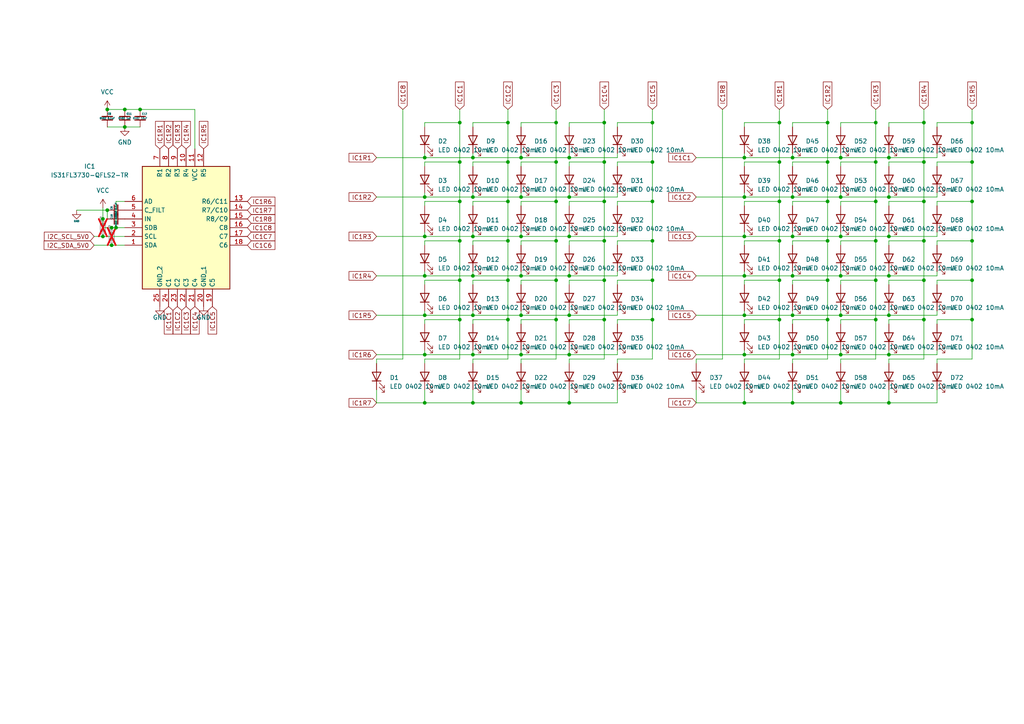
<source format=kicad_sch>
(kicad_sch (version 20231120) (generator "eeschema") (generator_version "8.0")
  (paper "A4")
  (junction (at 254 81.28))
  (junction (at 137.16 102.87))
  (junction (at 133.35 81.28))
  (junction (at 137.16 80.01))
  (junction (at 137.16 57.15))
  (junction (at 257.81 68.58))
  (junction (at 243.84 102.87))
  (junction (at 254 69.85))
  (junction (at 29.845 63.5))
  (junction (at 240.03 92.71))
  (junction (at 229.87 57.15))
  (junction (at 267.97 81.28))
  (junction (at 229.87 102.87))
  (junction (at 161.29 81.28))
  (junction (at 189.23 46.99))
  (junction (at 243.84 45.72))
  (junction (at 175.26 69.85))
  (junction (at 40.64 31.75))
  (junction (at 215.9 91.44))
  (junction (at 243.84 116.84))
  (junction (at 137.16 68.58))
  (junction (at 281.94 69.85))
  (junction (at 243.84 80.01))
  (junction (at 267.97 69.85))
  (junction (at 215.9 68.58))
  (junction (at 240.03 81.28))
  (junction (at 147.32 81.28))
  (junction (at 229.87 80.01))
  (junction (at 165.1 68.58))
  (junction (at 226.06 81.28))
  (junction (at 257.81 116.84))
  (junction (at 29.845 68.58))
  (junction (at 165.1 116.84))
  (junction (at 254 58.42))
  (junction (at 215.9 57.15))
  (junction (at 161.29 69.85))
  (junction (at 267.97 58.42))
  (junction (at 229.87 116.84))
  (junction (at 165.1 80.01))
  (junction (at 281.94 35.56))
  (junction (at 151.13 91.44))
  (junction (at 123.19 80.01))
  (junction (at 175.26 81.28))
  (junction (at 123.19 45.72))
  (junction (at 147.32 58.42))
  (junction (at 36.195 36.83))
  (junction (at 226.06 92.71))
  (junction (at 281.94 58.42))
  (junction (at 123.19 91.44))
  (junction (at 161.29 46.99))
  (junction (at 165.1 102.87))
  (junction (at 257.81 80.01))
  (junction (at 175.26 92.71))
  (junction (at 123.19 116.84))
  (junction (at 267.97 35.56))
  (junction (at 123.19 102.87))
  (junction (at 151.13 57.15))
  (junction (at 254 92.71))
  (junction (at 240.03 46.99))
  (junction (at 189.23 58.42))
  (junction (at 147.32 35.56))
  (junction (at 189.23 92.71))
  (junction (at 189.23 35.56))
  (junction (at 229.87 91.44))
  (junction (at 137.16 45.72))
  (junction (at 151.13 102.87))
  (junction (at 226.06 58.42))
  (junction (at 161.29 58.42))
  (junction (at 151.13 80.01))
  (junction (at 165.1 57.15))
  (junction (at 175.26 58.42))
  (junction (at 267.97 46.99))
  (junction (at 147.32 46.99))
  (junction (at 137.16 116.84))
  (junction (at 254 46.99))
  (junction (at 151.13 116.84))
  (junction (at 133.35 69.85))
  (junction (at 240.03 58.42))
  (junction (at 281.94 81.28))
  (junction (at 189.23 69.85))
  (junction (at 33.655 66.04))
  (junction (at 215.9 102.87))
  (junction (at 31.115 31.75))
  (junction (at 215.9 80.01))
  (junction (at 151.13 68.58))
  (junction (at 267.97 92.71))
  (junction (at 281.94 46.99))
  (junction (at 175.26 46.99))
  (junction (at 243.84 57.15))
  (junction (at 240.03 69.85))
  (junction (at 229.87 45.72))
  (junction (at 147.32 92.71))
  (junction (at 226.06 46.99))
  (junction (at 243.84 91.44))
  (junction (at 123.19 68.58))
  (junction (at 165.1 91.44))
  (junction (at 151.13 45.72))
  (junction (at 36.195 31.75))
  (junction (at 161.29 35.56))
  (junction (at 215.9 45.72))
  (junction (at 31.115 60.96))
  (junction (at 189.23 81.28))
  (junction (at 175.26 35.56))
  (junction (at 133.35 46.99))
  (junction (at 215.9 116.84))
  (junction (at 161.29 92.71))
  (junction (at 123.19 57.15))
  (junction (at 257.81 45.72))
  (junction (at 257.81 102.87))
  (junction (at 133.35 35.56))
  (junction (at 257.81 91.44))
  (junction (at 240.03 35.56))
  (junction (at 229.87 68.58))
  (junction (at 254 35.56))
  (junction (at 137.16 91.44))
  (junction (at 281.94 92.71))
  (junction (at 133.35 58.42))
  (junction (at 226.06 35.56))
  (junction (at 165.1 45.72))
  (junction (at 32.385 71.12))
  (junction (at 32.385 66.04))
  (junction (at 243.84 68.58))
  (junction (at 226.06 69.85))
  (junction (at 257.81 57.15))
  (junction (at 147.32 69.85))
  (junction (at 133.35 92.71))
  (wire (pts (xy 257.81 93.98) (xy 257.81 92.71)))
  (wire (pts (xy 215.9 35.56) (xy 226.06 35.56)))
  (wire (pts (xy 151.13 36.83) (xy 151.13 35.56)))
  (wire (pts (xy 123.19 55.88) (xy 123.19 57.15)))
  (wire (pts (xy 151.13 102.87) (xy 165.1 102.87)))
  (wire (pts (xy 215.9 68.58) (xy 229.87 68.58)))
  (wire (pts (xy 165.1 46.99) (xy 175.26 46.99)))
  (wire (pts (xy 271.78 58.42) (xy 281.94 58.42)))
  (wire (pts (xy 32.385 71.12) (xy 36.195 71.12)))
  (wire (pts (xy 123.19 46.99) (xy 133.35 46.99)))
  (wire (pts (xy 229.87 67.31) (xy 229.87 68.58)))
  (wire (pts (xy 151.13 101.6) (xy 151.13 102.87)))
  (wire (pts (xy 175.26 104.14) (xy 165.1 104.14)))
  (wire (pts (xy 123.19 82.55) (xy 123.19 81.28)))
  (wire (pts (xy 116.84 104.14) (xy 109.22 104.14)))
  (wire (pts (xy 229.87 69.85) (xy 240.03 69.85)))
  (wire (pts (xy 271.78 35.56) (xy 281.94 35.56)))
  (wire (pts (xy 229.87 101.6) (xy 229.87 102.87)))
  (wire (pts (xy 281.94 46.99) (xy 281.94 35.56)))
  (wire (pts (xy 271.78 91.44) (xy 271.78 90.17)))
  (wire (pts (xy 147.32 35.56) (xy 147.32 46.99)))
  (wire (pts (xy 240.03 58.42) (xy 240.03 69.85)))
  (wire (pts (xy 151.13 113.03) (xy 151.13 116.84)))
  (wire (pts (xy 175.26 31.75) (xy 175.26 35.56)))
  (wire (pts (xy 147.32 58.42) (xy 147.32 69.85)))
  (wire (pts (xy 271.78 104.14) (xy 271.78 105.41)))
  (wire (pts (xy 151.13 57.15) (xy 165.1 57.15)))
  (wire (pts (xy 240.03 35.56) (xy 240.03 46.99)))
  (wire (pts (xy 257.81 68.58) (xy 271.78 68.58)))
  (wire (pts (xy 267.97 35.56) (xy 267.97 46.99)))
  (wire (pts (xy 209.55 104.14) (xy 201.93 104.14)))
  (wire (pts (xy 165.1 104.14) (xy 165.1 105.41)))
  (wire (pts (xy 229.87 71.12) (xy 229.87 69.85)))
  (wire (pts (xy 201.93 102.87) (xy 215.9 102.87)))
  (wire (pts (xy 147.32 92.71) (xy 147.32 104.14)))
  (wire (pts (xy 161.29 81.28) (xy 161.29 92.71)))
  (wire (pts (xy 151.13 71.12) (xy 151.13 69.85)))
  (wire (pts (xy 165.1 90.17) (xy 165.1 91.44)))
  (wire (pts (xy 165.1 78.74) (xy 165.1 80.01)))
  (wire (pts (xy 215.9 82.55) (xy 215.9 81.28)))
  (wire (pts (xy 151.13 92.71) (xy 161.29 92.71)))
  (wire (pts (xy 109.22 68.58) (xy 123.19 68.58)))
  (wire (pts (xy 243.84 58.42) (xy 254 58.42)))
  (wire (pts (xy 137.16 58.42) (xy 147.32 58.42)))
  (wire (pts (xy 215.9 69.85) (xy 226.06 69.85)))
  (wire (pts (xy 257.81 57.15) (xy 271.78 57.15)))
  (wire (pts (xy 123.19 81.28) (xy 133.35 81.28)))
  (wire (pts (xy 271.78 48.26) (xy 271.78 46.99)))
  (wire (pts (xy 133.35 46.99) (xy 133.35 58.42)))
  (wire (pts (xy 123.19 57.15) (xy 137.16 57.15)))
  (wire (pts (xy 137.16 80.01) (xy 151.13 80.01)))
  (wire (pts (xy 271.78 102.87) (xy 271.78 101.6)))
  (wire (pts (xy 240.03 92.71) (xy 240.03 104.14)))
  (wire (pts (xy 56.515 43.18) (xy 56.515 31.75)))
  (wire (pts (xy 123.19 48.26) (xy 123.19 46.99)))
  (wire (pts (xy 257.81 36.83) (xy 257.81 35.56)))
  (wire (pts (xy 109.22 116.84) (xy 109.22 113.03)))
  (wire (pts (xy 161.29 31.75) (xy 161.29 35.56)))
  (wire (pts (xy 147.32 81.28) (xy 147.32 92.71)))
  (wire (pts (xy 109.22 80.01) (xy 123.19 80.01)))
  (wire (pts (xy 151.13 55.88) (xy 151.13 57.15)))
  (wire (pts (xy 32.385 66.04) (xy 33.655 66.04)))
  (wire (pts (xy 147.32 31.75) (xy 147.32 35.56)))
  (wire (pts (xy 165.1 57.15) (xy 179.07 57.15)))
  (wire (pts (xy 109.22 57.15) (xy 123.19 57.15)))
  (wire (pts (xy 179.07 71.12) (xy 179.07 69.85)))
  (wire (pts (xy 243.84 82.55) (xy 243.84 81.28)))
  (wire (pts (xy 123.19 104.14) (xy 123.19 105.41)))
  (wire (pts (xy 151.13 104.14) (xy 151.13 105.41)))
  (wire (pts (xy 267.97 104.14) (xy 257.81 104.14)))
  (wire (pts (xy 215.9 104.14) (xy 215.9 105.41)))
  (wire (pts (xy 179.07 69.85) (xy 189.23 69.85)))
  (wire (pts (xy 254 104.14) (xy 243.84 104.14)))
  (wire (pts (xy 175.26 35.56) (xy 175.26 46.99)))
  (wire (pts (xy 240.03 46.99) (xy 240.03 58.42)))
  (wire (pts (xy 123.19 44.45) (xy 123.19 45.72)))
  (wire (pts (xy 137.16 68.58) (xy 151.13 68.58)))
  (wire (pts (xy 175.26 81.28) (xy 175.26 92.71)))
  (wire (pts (xy 271.78 69.85) (xy 281.94 69.85)))
  (wire (pts (xy 29.845 63.5) (xy 29.845 66.04)))
  (wire (pts (xy 281.94 58.42) (xy 281.94 46.99)))
  (wire (pts (xy 137.16 91.44) (xy 151.13 91.44)))
  (wire (pts (xy 281.94 104.14) (xy 281.94 92.71)))
  (wire (pts (xy 165.1 81.28) (xy 175.26 81.28)))
  (wire (pts (xy 229.87 48.26) (xy 229.87 46.99)))
  (wire (pts (xy 215.9 44.45) (xy 215.9 45.72)))
  (wire (pts (xy 133.35 69.85) (xy 133.35 81.28)))
  (wire (pts (xy 123.19 36.83) (xy 123.19 35.56)))
  (wire (pts (xy 257.81 48.26) (xy 257.81 46.99)))
  (wire (pts (xy 165.1 82.55) (xy 165.1 81.28)))
  (wire (pts (xy 189.23 46.99) (xy 189.23 35.56)))
  (wire (pts (xy 243.84 92.71) (xy 254 92.71)))
  (wire (pts (xy 257.81 44.45) (xy 257.81 45.72)))
  (wire (pts (xy 116.84 31.75) (xy 116.84 104.14)))
  (wire (pts (xy 179.07 80.01) (xy 179.07 78.74)))
  (wire (pts (xy 201.93 45.72) (xy 215.9 45.72)))
  (wire (pts (xy 281.94 92.71) (xy 281.94 81.28)))
  (wire (pts (xy 123.19 45.72) (xy 137.16 45.72)))
  (wire (pts (xy 243.84 113.03) (xy 243.84 116.84)))
  (wire (pts (xy 175.26 69.85) (xy 175.26 81.28)))
  (wire (pts (xy 281.94 35.56) (xy 281.94 31.75)))
  (wire (pts (xy 271.78 104.14) (xy 281.94 104.14)))
  (wire (pts (xy 243.84 57.15) (xy 257.81 57.15)))
  (wire (pts (xy 179.07 102.87) (xy 179.07 101.6)))
  (wire (pts (xy 215.9 67.31) (xy 215.9 68.58)))
  (wire (pts (xy 229.87 93.98) (xy 229.87 92.71)))
  (wire (pts (xy 123.19 92.71) (xy 133.35 92.71)))
  (wire (pts (xy 137.16 78.74) (xy 137.16 80.01)))
  (wire (pts (xy 137.16 44.45) (xy 137.16 45.72)))
  (wire (pts (xy 243.84 80.01) (xy 257.81 80.01)))
  (wire (pts (xy 257.81 116.84) (xy 271.78 116.84)))
  (wire (pts (xy 179.07 35.56) (xy 189.23 35.56)))
  (wire (pts (xy 257.81 46.99) (xy 267.97 46.99)))
  (wire (pts (xy 151.13 91.44) (xy 165.1 91.44)))
  (wire (pts (xy 179.07 48.26) (xy 179.07 46.99)))
  (wire (pts (xy 215.9 57.15) (xy 229.87 57.15)))
  (wire (pts (xy 109.22 91.44) (xy 123.19 91.44)))
  (wire (pts (xy 254 81.28) (xy 254 92.71)))
  (wire (pts (xy 123.19 116.84) (xy 137.16 116.84)))
  (wire (pts (xy 165.1 48.26) (xy 165.1 46.99)))
  (wire (pts (xy 229.87 78.74) (xy 229.87 80.01)))
  (wire (pts (xy 243.84 68.58) (xy 257.81 68.58)))
  (wire (pts (xy 257.81 90.17) (xy 257.81 91.44)))
  (wire (pts (xy 215.9 59.69) (xy 215.9 58.42)))
  (wire (pts (xy 201.93 80.01) (xy 215.9 80.01)))
  (wire (pts (xy 243.84 45.72) (xy 257.81 45.72)))
  (wire (pts (xy 137.16 45.72) (xy 151.13 45.72)))
  (wire (pts (xy 179.07 45.72) (xy 179.07 44.45)))
  (wire (pts (xy 137.16 46.99) (xy 147.32 46.99)))
  (wire (pts (xy 179.07 57.15) (xy 179.07 55.88)))
  (wire (pts (xy 243.84 81.28) (xy 254 81.28)))
  (wire (pts (xy 226.06 104.14) (xy 215.9 104.14)))
  (wire (pts (xy 226.06 46.99) (xy 226.06 58.42)))
  (wire (pts (xy 31.115 60.96) (xy 22.225 60.96)))
  (wire (pts (xy 229.87 90.17) (xy 229.87 91.44)))
  (wire (pts (xy 27.305 71.12) (xy 32.385 71.12)))
  (wire (pts (xy 133.35 58.42) (xy 133.35 69.85)))
  (wire (pts (xy 271.78 80.01) (xy 271.78 78.74)))
  (wire (pts (xy 151.13 80.01) (xy 165.1 80.01)))
  (wire (pts (xy 151.13 48.26) (xy 151.13 46.99)))
  (wire (pts (xy 151.13 67.31) (xy 151.13 68.58)))
  (wire (pts (xy 215.9 91.44) (xy 229.87 91.44)))
  (wire (pts (xy 201.93 68.58) (xy 215.9 68.58)))
  (wire (pts (xy 175.26 46.99) (xy 175.26 58.42)))
  (wire (pts (xy 257.81 58.42) (xy 267.97 58.42)))
  (wire (pts (xy 257.81 69.85) (xy 267.97 69.85)))
  (wire (pts (xy 281.94 81.28) (xy 281.94 69.85)))
  (wire (pts (xy 109.22 102.87) (xy 123.19 102.87)))
  (wire (pts (xy 267.97 58.42) (xy 267.97 69.85)))
  (wire (pts (xy 123.19 91.44) (xy 137.16 91.44)))
  (wire (pts (xy 165.1 67.31) (xy 165.1 68.58)))
  (wire (pts (xy 254 31.75) (xy 254 35.56)))
  (wire (pts (xy 40.64 36.83) (xy 36.195 36.83)))
  (wire (pts (xy 229.87 104.14) (xy 229.87 105.41)))
  (wire (pts (xy 165.1 116.84) (xy 179.07 116.84)))
  (wire (pts (xy 243.84 93.98) (xy 243.84 92.71)))
  (wire (pts (xy 137.16 81.28) (xy 147.32 81.28)))
  (wire (pts (xy 226.06 81.28) (xy 226.06 92.71)))
  (wire (pts (xy 243.84 101.6) (xy 243.84 102.87)))
  (wire (pts (xy 179.07 46.99) (xy 189.23 46.99)))
  (wire (pts (xy 165.1 101.6) (xy 165.1 102.87)))
  (wire (pts (xy 267.97 69.85) (xy 267.97 81.28)))
  (wire (pts (xy 243.84 36.83) (xy 243.84 35.56)))
  (wire (pts (xy 165.1 36.83) (xy 165.1 35.56)))
  (wire (pts (xy 257.81 78.74) (xy 257.81 80.01)))
  (wire (pts (xy 201.93 116.84) (xy 201.93 113.03)))
  (wire (pts (xy 229.87 36.83) (xy 229.87 35.56)))
  (wire (pts (xy 123.19 67.31) (xy 123.19 68.58)))
  (wire (pts (xy 161.29 92.71) (xy 161.29 104.14)))
  (wire (pts (xy 267.97 46.99) (xy 267.97 58.42)))
  (wire (pts (xy 165.1 92.71) (xy 175.26 92.71)))
  (wire (pts (xy 267.97 31.75) (xy 267.97 35.56)))
  (wire (pts (xy 123.19 78.74) (xy 123.19 80.01)))
  (wire (pts (xy 209.55 31.75) (xy 209.55 104.14)))
  (wire (pts (xy 123.19 58.42) (xy 133.35 58.42)))
  (wire (pts (xy 151.13 81.28) (xy 161.29 81.28)))
  (wire (pts (xy 165.1 93.98) (xy 165.1 92.71)))
  (wire (pts (xy 161.29 104.14) (xy 151.13 104.14)))
  (wire (pts (xy 257.81 82.55) (xy 257.81 81.28)))
  (wire (pts (xy 267.97 81.28) (xy 267.97 92.71)))
  (wire (pts (xy 151.13 82.55) (xy 151.13 81.28)))
  (wire (pts (xy 257.81 80.01) (xy 271.78 80.01)))
  (wire (pts (xy 109.22 104.14) (xy 109.22 105.41)))
  (wire (pts (xy 271.78 71.12) (xy 271.78 69.85)))
  (wire (pts (xy 123.19 59.69) (xy 123.19 58.42)))
  (wire (pts (xy 161.29 69.85) (xy 161.29 81.28)))
  (wire (pts (xy 137.16 116.84) (xy 151.13 116.84)))
  (wire (pts (xy 123.19 69.85) (xy 133.35 69.85)))
  (wire (pts (xy 137.16 36.83) (xy 137.16 35.56)))
  (wire (pts (xy 165.1 91.44) (xy 179.07 91.44)))
  (wire (pts (xy 243.84 91.44) (xy 257.81 91.44)))
  (wire (pts (xy 243.84 90.17) (xy 243.84 91.44)))
  (wire (pts (xy 123.19 90.17) (xy 123.19 91.44)))
  (wire (pts (xy 123.19 93.98) (xy 123.19 92.71)))
  (wire (pts (xy 27.305 68.58) (xy 29.845 68.58)))
  (wire (pts (xy 165.1 45.72) (xy 179.07 45.72)))
  (wire (pts (xy 240.03 69.85) (xy 240.03 81.28)))
  (wire (pts (xy 271.78 113.03) (xy 271.78 116.84)))
  (wire (pts (xy 137.16 55.88) (xy 137.16 57.15)))
  (wire (pts (xy 31.115 60.96) (xy 31.115 63.5)))
  (wire (pts (xy 254 35.56) (xy 254 46.99)))
  (wire (pts (xy 215.9 101.6) (xy 215.9 102.87)))
  (wire (pts (xy 240.03 81.28) (xy 240.03 92.71)))
  (wire (pts (xy 165.1 102.87) (xy 179.07 102.87)))
  (wire (pts (xy 271.78 46.99) (xy 281.94 46.99)))
  (wire (pts (xy 243.84 102.87) (xy 257.81 102.87)))
  (wire (pts (xy 243.84 35.56) (xy 254 35.56)))
  (wire (pts (xy 229.87 81.28) (xy 240.03 81.28)))
  (wire (pts (xy 229.87 91.44) (xy 243.84 91.44)))
  (wire (pts (xy 165.1 113.03) (xy 165.1 116.84)))
  (wire (pts (xy 243.84 59.69) (xy 243.84 58.42)))
  (wire (pts (xy 215.9 80.01) (xy 229.87 80.01)))
  (wire (pts (xy 243.84 55.88) (xy 243.84 57.15)))
  (wire (pts (xy 267.97 92.71) (xy 267.97 104.14)))
  (wire (pts (xy 240.03 104.14) (xy 229.87 104.14)))
  (wire (pts (xy 29.845 68.58) (xy 36.195 68.58)))
  (wire (pts (xy 179.07 92.71) (xy 189.23 92.71)))
  (wire (pts (xy 31.115 31.75) (xy 36.195 31.75)))
  (wire (pts (xy 243.84 69.85) (xy 254 69.85)))
  (wire (pts (xy 215.9 92.71) (xy 226.06 92.71)))
  (wire (pts (xy 243.84 78.74) (xy 243.84 80.01)))
  (wire (pts (xy 133.35 104.14) (xy 123.19 104.14)))
  (wire (pts (xy 179.07 93.98) (xy 179.07 92.71)))
  (wire (pts (xy 243.84 46.99) (xy 254 46.99)))
  (wire (pts (xy 271.78 82.55) (xy 271.78 81.28)))
  (wire (pts (xy 271.78 45.72) (xy 271.78 44.45)))
  (wire (pts (xy 257.81 67.31) (xy 257.81 68.58)))
  (wire (pts (xy 271.78 92.71) (xy 281.94 92.71)))
  (wire (pts (xy 175.26 92.71) (xy 175.26 104.14)))
  (wire (pts (xy 29.845 60.325) (xy 29.845 63.5)))
  (wire (pts (xy 151.13 44.45) (xy 151.13 45.72)))
  (wire (pts (xy 281.94 69.85) (xy 281.94 58.42)))
  (wire (pts (xy 151.13 46.99) (xy 161.29 46.99)))
  (wire (pts (xy 257.81 113.03) (xy 257.81 116.84)))
  (wire (pts (xy 109.22 116.84) (xy 123.19 116.84)))
  (wire (pts (xy 137.16 69.85) (xy 147.32 69.85)))
  (wire (pts (xy 243.84 104.14) (xy 243.84 105.41)))
  (wire (pts (xy 165.1 58.42) (xy 175.26 58.42)))
  (wire (pts (xy 137.16 90.17) (xy 137.16 91.44)))
  (wire (pts (xy 189.23 69.85) (xy 189.23 58.42)))
  (wire (pts (xy 229.87 113.03) (xy 229.87 116.84)))
  (wire (pts (xy 189.23 81.28) (xy 189.23 69.85)))
  (wire (pts (xy 215.9 45.72) (xy 229.87 45.72)))
  (wire (pts (xy 229.87 116.84) (xy 243.84 116.84)))
  (wire (pts (xy 201.93 91.44) (xy 215.9 91.44)))
  (wire (pts (xy 254 69.85) (xy 254 81.28)))
  (wire (pts (xy 165.1 44.45) (xy 165.1 45.72)))
  (wire (pts (xy 161.29 35.56) (xy 161.29 46.99)))
  (wire (pts (xy 137.16 57.15) (xy 151.13 57.15)))
  (wire (pts (xy 189.23 92.71) (xy 189.23 81.28)))
  (wire (pts (xy 229.87 92.71) (xy 240.03 92.71)))
  (wire (pts (xy 179.07 36.83) (xy 179.07 35.56)))
  (wire (pts (xy 147.32 69.85) (xy 147.32 81.28)))
  (wire (pts (xy 151.13 93.98) (xy 151.13 92.71)))
  (wire (pts (xy 215.9 46.99) (xy 226.06 46.99)))
  (wire (pts (xy 151.13 68.58) (xy 165.1 68.58)))
  (wire (pts (xy 215.9 116.84) (xy 229.87 116.84)))
  (wire (pts (xy 36.195 36.83) (xy 31.115 36.83)))
  (wire (pts (xy 257.81 59.69) (xy 257.81 58.42)))
  (wire (pts (xy 243.84 116.84) (xy 257.81 116.84)))
  (wire (pts (xy 189.23 35.56) (xy 189.23 31.75)))
  (wire (pts (xy 226.06 92.71) (xy 226.06 104.14)))
  (wire (pts (xy 33.655 66.04) (xy 36.195 66.04)))
  (wire (pts (xy 201.93 116.84) (xy 215.9 116.84)))
  (wire (pts (xy 257.81 102.87) (xy 271.78 102.87)))
  (wire (pts (xy 151.13 69.85) (xy 161.29 69.85)))
  (wire (pts (xy 165.1 69.85) (xy 175.26 69.85)))
  (wire (pts (xy 137.16 71.12) (xy 137.16 69.85)))
  (wire (pts (xy 137.16 48.26) (xy 137.16 46.99)))
  (wire (pts (xy 123.19 71.12) (xy 123.19 69.85)))
  (wire (pts (xy 271.78 59.69) (xy 271.78 58.42)))
  (wire (pts (xy 133.35 81.28) (xy 133.35 92.71)))
  (wire (pts (xy 133.35 31.75) (xy 133.35 35.56)))
  (wire (pts (xy 137.16 35.56) (xy 147.32 35.56)))
  (wire (pts (xy 215.9 58.42) (xy 226.06 58.42)))
  (wire (pts (xy 243.84 48.26) (xy 243.84 46.99)))
  (wire (pts (xy 243.84 44.45) (xy 243.84 45.72)))
  (wire (pts (xy 215.9 113.03) (xy 215.9 116.84)))
  (wire (pts (xy 257.81 101.6) (xy 257.81 102.87)))
  (wire (pts (xy 179.07 113.03) (xy 179.07 116.84)))
  (wire (pts (xy 151.13 35.56) (xy 161.29 35.56)))
  (wire (pts (xy 151.13 59.69) (xy 151.13 58.42)))
  (wire (pts (xy 257.81 35.56) (xy 267.97 35.56)))
  (wire (pts (xy 229.87 102.87) (xy 243.84 102.87)))
  (wire (pts (xy 215.9 93.98) (xy 215.9 92.71)))
  (wire (pts (xy 151.13 116.84) (xy 165.1 116.84)))
  (wire (pts (xy 257.81 55.88) (xy 257.81 57.15)))
  (wire (pts (xy 137.16 113.03) (xy 137.16 116.84)))
  (wire (pts (xy 215.9 78.74) (xy 215.9 80.01)))
  (wire (pts (xy 229.87 80.01) (xy 243.84 80.01)))
  (wire (pts (xy 151.13 45.72) (xy 165.1 45.72)))
  (wire (pts (xy 161.29 58.42) (xy 161.29 69.85)))
  (wire (pts (xy 226.06 69.85) (xy 226.06 81.28)))
  (wire (pts (xy 179.07 68.58) (xy 179.07 67.31)))
  (wire (pts (xy 123.19 68.58) (xy 137.16 68.58)))
  (wire (pts (xy 226.06 35.56) (xy 226.06 46.99)))
  (wire (pts (xy 271.78 93.98) (xy 271.78 92.71)))
  (wire (pts (xy 147.32 46.99) (xy 147.32 58.42)))
  (wire (pts (xy 189.23 58.42) (xy 189.23 46.99)))
  (wire (pts (xy 137.16 102.87) (xy 151.13 102.87)))
  (wire (pts (xy 229.87 46.99) (xy 240.03 46.99)))
  (wire (pts (xy 240.03 31.75) (xy 240.03 35.56)))
  (wire (pts (xy 257.81 104.14) (xy 257.81 105.41)))
  (wire (pts (xy 109.22 45.72) (xy 123.19 45.72)))
  (wire (pts (xy 123.19 101.6) (xy 123.19 102.87)))
  (wire (pts (xy 179.07 58.42) (xy 189.23 58.42)))
  (wire (pts (xy 215.9 36.83) (xy 215.9 35.56)))
  (wire (pts (xy 175.26 58.42) (xy 175.26 69.85)))
  (wire (pts (xy 151.13 58.42) (xy 161.29 58.42)))
  (wire (pts (xy 133.35 35.56) (xy 133.35 46.99)))
  (wire (pts (xy 151.13 78.74) (xy 151.13 80.01)))
  (wire (pts (xy 179.07 59.69) (xy 179.07 58.42)))
  (wire (pts (xy 229.87 58.42) (xy 240.03 58.42)))
  (wire (pts (xy 257.81 92.71) (xy 267.97 92.71)))
  (wire (pts (xy 179.07 82.55) (xy 179.07 81.28)))
  (wire (pts (xy 123.19 35.56) (xy 133.35 35.56)))
  (wire (pts (xy 123.19 113.03) (xy 123.19 116.84)))
  (wire (pts (xy 215.9 48.26) (xy 215.9 46.99)))
  (wire (pts (xy 201.93 57.15) (xy 215.9 57.15)))
  (wire (pts (xy 257.81 45.72) (xy 271.78 45.72)))
  (wire (pts (xy 229.87 57.15) (xy 243.84 57.15)))
  (wire (pts (xy 179.07 81.28) (xy 189.23 81.28)))
  (wire (pts (xy 165.1 55.88) (xy 165.1 57.15)))
  (wire (pts (xy 29.845 66.04) (xy 32.385 66.04)))
  (wire (pts (xy 229.87 55.88) (xy 229.87 57.15)))
  (wire (pts (xy 229.87 59.69) (xy 229.87 58.42)))
  (wire (pts (xy 257.81 81.28) (xy 267.97 81.28)))
  (wire (pts (xy 243.84 71.12) (xy 243.84 69.85)))
  (wire (pts (xy 215.9 71.12) (xy 215.9 69.85)))
  (wire (pts (xy 179.07 91.44) (xy 179.07 90.17)))
  (wire (pts (xy 271.78 68.58) (xy 271.78 67.31)))
  (wire (pts (xy 165.1 71.12) (xy 165.1 69.85)))
  (wire (pts (xy 189.23 104.14) (xy 189.23 92.71)))
  (wire (pts (xy 123.19 80.01) (xy 137.16 80.01)))
  (wire (pts (xy 226.06 31.75) (xy 226.06 35.56)))
  (wire (pts (xy 229.87 45.72) (xy 243.84 45.72)))
  (wire (pts (xy 215.9 90.17) (xy 215.9 91.44)))
  (wire (pts (xy 215.9 55.88) (xy 215.9 57.15)))
  (wire (pts (xy 271.78 81.28) (xy 281.94 81.28)))
  (wire (pts (xy 243.84 67.31) (xy 243.84 68.58)))
  (wire (pts (xy 137.16 92.71) (xy 147.32 92.71)))
  (wire (pts (xy 215.9 102.87) (xy 229.87 102.87)))
  (wire (pts (xy 36.195 58.42) (xy 33.655 58.42)))
  (wire (pts (xy 271.78 57.15) (xy 271.78 55.88)))
  (wire (pts (xy 33.655 58.42) (xy 33.655 66.04)))
  (wire (pts (xy 40.64 31.75) (xy 36.195 31.75)))
  (wire (pts (xy 226.06 58.42) (xy 226.06 69.85)))
  (wire (pts (xy 254 92.71) (xy 254 104.14)))
  (wire (pts (xy 179.07 104.14) (xy 189.23 104.14)))
  (wire (pts (xy 229.87 68.58) (xy 243.84 68.58)))
  (wire (pts (xy 151.13 90.17) (xy 151.13 91.44)))
  (wire (pts (xy 137.16 67.31) (xy 137.16 68.58)))
  (wire (pts (xy 257.81 91.44) (xy 271.78 91.44)))
  (wire (pts (xy 254 58.42) (xy 254 69.85)))
  (wire (pts (xy 137.16 104.14) (xy 137.16 105.41)))
  (wire (pts (xy 271.78 36.83) (xy 271.78 35.56)))
  (wire (pts (xy 229.87 44.45) (xy 229.87 45.72)))
  (wire (pts (xy 215.9 81.28) (xy 226.06 81.28)))
  (wire (pts (xy 229.87 35.56) (xy 240.03 35.56)))
  (wire (pts (xy 147.32 104.14) (xy 137.16 104.14)))
  (wire (pts (xy 40.64 31.75) (xy 56.515 31.75)))
  (wire (pts (xy 137.16 101.6) (xy 137.16 102.87)))
  (wire (pts (xy 165.1 80.01) (xy 179.07 80.01)))
  (wire (pts (xy 229.87 82.55) (xy 229.87 81.28)))
  (wire (pts (xy 137.16 59.69) (xy 137.16 58.42)))
  (wire (pts (xy 165.1 68.58) (xy 179.07 68.58)))
  (wire (pts (xy 137.16 93.98) (xy 137.16 92.71)))
  (wire (pts (xy 254 46.99) (xy 254 58.42)))
  (wire (pts (xy 161.29 46.99) (xy 161.29 58.42)))
  (wire (pts (xy 165.1 35.56) (xy 175.26 35.56)))
  (wire (pts (xy 137.16 82.55) (xy 137.16 81.28)))
  (wire (pts (xy 257.81 71.12) (xy 257.81 69.85)))
  (wire (pts (xy 165.1 59.69) (xy 165.1 58.42)))
  (wire (pts (xy 123.19 102.87) (xy 137.16 102.87)))
  (wire (pts (xy 201.93 104.14) (xy 201.93 105.41)))
  (wire (pts (xy 133.35 92.71) (xy 133.35 104.14)))
  (wire (pts (xy 179.07 104.14) (xy 179.07 105.41)))
  (global_label "IC1R6" (shape input) (at 109.22 102.87 180) (property "Intersheetrefs" "${INTERSHEET_REFS}" (effects (hide yes))))
  (global_label "IC1C3" (shape input) (at 161.29 31.75 90) (property "Intersheetrefs" "${INTERSHEET_REFS}" (effects (hide yes))))
  (global_label "IC1R3" (shape input) (at 254 31.75 90) (property "Intersheetrefs" "${INTERSHEET_REFS}" (effects (hide yes))))
  (global_label "IC1C8" (shape input) (at 116.84 31.75 90) (property "Intersheetrefs" "${INTERSHEET_REFS}" (effects (hide yes))))
  (global_label "IC1C6" (shape input) (at 71.755 71.12 0) (property "Intersheetrefs" "${INTERSHEET_REFS}" (effects (hide yes))))
  (global_label "IC1C4" (shape input) (at 175.26 31.75 90) (property "Intersheetrefs" "${INTERSHEET_REFS}" (effects (hide yes))))
  (global_label "IC1R3" (shape input) (at 109.22 68.58 180) (property "Intersheetrefs" "${INTERSHEET_REFS}" (effects (hide yes))))
  (global_label "IC1C7" (shape input) (at 201.93 116.84 180) (property "Intersheetrefs" "${INTERSHEET_REFS}" (effects (hide yes))))
  (global_label "IC1C5" (shape input) (at 201.93 91.44 180) (property "Intersheetrefs" "${INTERSHEET_REFS}" (effects (hide yes))))
  (global_label "I2C_SDA_5V0" (shape input) (at 27.305 71.12 180) (property "Intersheetrefs" "${INTERSHEET_REFS}" (effects (hide yes))))
  (global_label "IC1C3" (shape input) (at 201.93 68.58 180) (property "Intersheetrefs" "${INTERSHEET_REFS}" (effects (hide yes))))
  (global_label "IC1R4" (shape input) (at 267.97 31.75 90) (property "Intersheetrefs" "${INTERSHEET_REFS}" (effects (hide yes))))
  (global_label "IC1R5" (shape input) (at 109.22 91.44 180) (property "Intersheetrefs" "${INTERSHEET_REFS}" (effects (hide yes))))
  (global_label "IC1R1" (shape input) (at 109.22 45.72 180) (property "Intersheetrefs" "${INTERSHEET_REFS}" (effects (hide yes))))
  (global_label "IC1C2" (shape input) (at 201.93 57.15 180) (property "Intersheetrefs" "${INTERSHEET_REFS}" (effects (hide yes))))
  (global_label "IC1R1" (shape input) (at 46.355 43.18 90) (property "Intersheetrefs" "${INTERSHEET_REFS}" (effects (hide yes))))
  (global_label "IC1C5" (shape input) (at 189.23 31.75 90) (property "Intersheetrefs" "${INTERSHEET_REFS}" (effects (hide yes))))
  (global_label "IC1C1" (shape input) (at 48.895 88.9 270) (property "Intersheetrefs" "${INTERSHEET_REFS}" (effects (hide yes))))
  (global_label "IC1C5" (shape input) (at 61.595 88.9 270) (property "Intersheetrefs" "${INTERSHEET_REFS}" (effects (hide yes))))
  (global_label "IC1R5" (shape input) (at 281.94 31.75 90) (property "Intersheetrefs" "${INTERSHEET_REFS}" (effects (hide yes))))
  (global_label "IC1R7" (shape input) (at 71.755 60.96 0) (property "Intersheetrefs" "${INTERSHEET_REFS}" (effects (hide yes))))
  (global_label "IC1R8" (shape input) (at 71.755 63.5 0) (property "Intersheetrefs" "${INTERSHEET_REFS}" (effects (hide yes))))
  (global_label "IC1R6" (shape input) (at 71.755 58.42 0) (property "Intersheetrefs" "${INTERSHEET_REFS}" (effects (hide yes))))
  (global_label "IC1R4" (shape input) (at 53.975 43.18 90) (property "Intersheetrefs" "${INTERSHEET_REFS}" (effects (hide yes))))
  (global_label "IC1R8" (shape input) (at 209.55 31.75 90) (property "Intersheetrefs" "${INTERSHEET_REFS}" (effects (hide yes))))
  (global_label "IC1C6" (shape input) (at 201.93 102.87 180) (property "Intersheetrefs" "${INTERSHEET_REFS}" (effects (hide yes))))
  (global_label "IC1C3" (shape input) (at 53.975 88.9 270) (property "Intersheetrefs" "${INTERSHEET_REFS}" (effects (hide yes))))
  (global_label "IC1C2" (shape input) (at 147.32 31.75 90) (property "Intersheetrefs" "${INTERSHEET_REFS}" (effects (hide yes))))
  (global_label "IC1R2" (shape input) (at 109.22 57.15 180) (property "Intersheetrefs" "${INTERSHEET_REFS}" (effects (hide yes))))
  (global_label "IC1C7" (shape input) (at 71.755 68.58 0) (property "Intersheetrefs" "${INTERSHEET_REFS}" (effects (hide yes))))
  (global_label "IC1C8" (shape input) (at 71.755 66.04 0) (property "Intersheetrefs" "${INTERSHEET_REFS}" (effects (hide yes))))
  (global_label "IC1C4" (shape input) (at 56.515 88.9 270) (property "Intersheetrefs" "${INTERSHEET_REFS}" (effects (hide yes))))
  (global_label "IC1C1" (shape input) (at 133.35 31.75 90) (property "Intersheetrefs" "${INTERSHEET_REFS}" (effects (hide yes))))
  (global_label "IC1R1" (shape input) (at 226.06 31.75 90) (property "Intersheetrefs" "${INTERSHEET_REFS}" (effects (hide yes))))
  (global_label "IC1R4" (shape input) (at 109.22 80.01 180) (property "Intersheetrefs" "${INTERSHEET_REFS}" (effects (hide yes))))
  (global_label "IC1R3" (shape input) (at 51.435 43.18 90) (property "Intersheetrefs" "${INTERSHEET_REFS}" (effects (hide yes))))
  (global_label "I2C_SCL_5V0" (shape input) (at 27.305 68.58 180) (property "Intersheetrefs" "${INTERSHEET_REFS}" (effects (hide yes))))
  (global_label "IC1C1" (shape input) (at 201.93 45.72 180) (property "Intersheetrefs" "${INTERSHEET_REFS}" (effects (hide yes))))
  (global_label "IC1R2" (shape input) (at 48.895 43.18 90) (property "Intersheetrefs" "${INTERSHEET_REFS}" (effects (hide yes))))
  (global_label "IC1R2" (shape input) (at 240.03 31.75 90) (property "Intersheetrefs" "${INTERSHEET_REFS}" (effects (hide yes))))
  (global_label "IC1C2" (shape input) (at 51.435 88.9 270) (property "Intersheetrefs" "${INTERSHEET_REFS}" (effects (hide yes))))
  (global_label "IC1R7" (shape input) (at 109.22 116.84 180) (property "Intersheetrefs" "${INTERSHEET_REFS}" (effects (hide yes))))
  (global_label "IC1R5" (shape input) (at 59.055 43.18 90) (property "Intersheetrefs" "${INTERSHEET_REFS}" (effects (hide yes))))
  (global_label "IC1C4" (shape input) (at 201.93 80.01 180) (property "Intersheetrefs" "${INTERSHEET_REFS}" (effects (hide yes))))
  (symbol (lib_id "Device:LED") (at 137.16 109.22 90) (unit 1)
    (property "Reference" "D15" (at 140.97 109.5375 90) (effects (justify right)))
    (property "Value" "LED 0402 10mA" (at 140.97 112.0775 90) (effects (justify right)))
    (property "Footprint" "LED_SMD:LED_0402_1005Metric" (effects (hide yes)))
  )
  (symbol (lib_id "Device:R_Small") (at 29.845 66.04 180) (unit 1) (on_board no) (dnp yes)
    (property "Reference" "R14" (at 29.21 63.5 90) (effects (font (size 0.5 0.5))))
    (property "Value" "10K 0402" (at 29.845 66.04 90) (effects (font (size 0.4 0.4))))
    (property "Footprint" "Resistor_SMD:R_0402_1005Metric" (effects (hide yes)))
  )
  (symbol (lib_id "Device:LED") (at 179.07 74.93 90) (unit 1)
    (property "Reference" "D33" (at 182.88 75.2475 90) (effects (justify right)))
    (property "Value" "LED 0402 10mA" (at 182.88 77.7875 90) (effects (justify right)))
    (property "Footprint" "LED_SMD:LED_0402_1005Metric" (effects (hide yes)))
  )
  (symbol (lib_id "Device:LED") (at 243.84 74.93 90) (unit 1)
    (property "Reference" "D55" (at 247.65 75.2475 90) (effects (justify right)))
    (property "Value" "LED 0402 10mA" (at 247.65 77.7875 90) (effects (justify right)))
    (property "Footprint" "LED_SMD:LED_0402_1005Metric" (effects (hide yes)))
  )
  (symbol (lib_id "power:GND") (at 59.055 88.9 0) (mirror y) (unit 1)
    (property "Reference" "#PWR029" (effects (hide yes)))
    (property "Value" "GND" (at 59.055 92.075 0))
  )
  (symbol (lib_id "Device:LED") (at 165.1 63.5 90) (unit 1)
    (property "Reference" "D25" (at 168.91 63.8175 90) (effects (justify right)))
    (property "Value" "LED 0402 10mA" (at 168.91 66.3575 90) (effects (justify right)))
    (property "Footprint" "LED_SMD:LED_0402_1005Metric" (effects (hide yes)))
  )
  (symbol (lib_id "Device:LED") (at 151.13 97.79 90) (unit 1)
    (property "Reference" "D21" (at 154.94 98.1075 90) (effects (justify right)))
    (property "Value" "LED 0402 10mA" (at 154.94 100.6475 90) (effects (justify right)))
    (property "Footprint" "LED_SMD:LED_0402_1005Metric" (effects (hide yes)))
  )
  (symbol (lib_id "Device:LED") (at 243.84 109.22 90) (unit 1)
    (property "Reference" "D58" (at 247.65 109.5375 90) (effects (justify right)))
    (property "Value" "LED 0402 10mA" (at 247.65 112.0775 90) (effects (justify right)))
    (property "Footprint" "LED_SMD:LED_0402_1005Metric" (effects (hide yes)))
  )
  (symbol (lib_id "Device:LED") (at 165.1 86.36 90) (unit 1)
    (property "Reference" "D27" (at 168.91 86.6775 90) (effects (justify right)))
    (property "Value" "LED 0402 10mA" (at 168.91 89.2175 90) (effects (justify right)))
    (property "Footprint" "LED_SMD:LED_0402_1005Metric" (effects (hide yes)))
  )
  (symbol (lib_id "Device:LED") (at 151.13 63.5 90) (unit 1)
    (property "Reference" "D18" (at 154.94 63.8175 90) (effects (justify right)))
    (property "Value" "LED 0402 10mA" (at 154.94 66.3575 90) (effects (justify right)))
    (property "Footprint" "LED_SMD:LED_0402_1005Metric" (effects (hide yes)))
  )
  (symbol (lib_id "Device:LED") (at 109.22 109.22 90) (unit 1)
    (property "Reference" "D1" (at 113.03 109.5375 90) (effects (justify right)))
    (property "Value" "LED 0402 10mA" (at 113.03 112.0775 90) (effects (justify right)))
    (property "Footprint" "LED_SMD:LED_0402_1005Metric" (effects (hide yes)))
  )
  (symbol (lib_id "Device:LED") (at 179.07 52.07 90) (unit 1)
    (property "Reference" "D31" (at 182.88 52.3875 90) (effects (justify right)))
    (property "Value" "LED 0402 10mA" (at 182.88 54.9275 90) (effects (justify right)))
    (property "Footprint" "LED_SMD:LED_0402_1005Metric" (effects (hide yes)))
  )
  (symbol (lib_id "power:GND") (at 22.225 60.96 0) (unit 1)
    (property "Reference" "#PWR024" (effects (hide yes)))
    (property "Value" "GND" (at 22.225 64.135 0) (effects (font (size 0.5 0.5))))
  )
  (symbol (lib_id "Device:LED") (at 151.13 40.64 90) (unit 1)
    (property "Reference" "D16" (at 154.94 40.9575 90) (effects (justify right)))
    (property "Value" "LED 0402 10mA" (at 154.94 43.4975 90) (effects (justify right)))
    (property "Footprint" "LED_SMD:LED_0402_1005Metric" (effects (hide yes)))
  )
  (symbol (lib_id "Device:LED") (at 137.16 52.07 90) (unit 1)
    (property "Reference" "D10" (at 140.97 52.3875 90) (effects (justify right)))
    (property "Value" "LED 0402 10mA" (at 140.97 54.9275 90) (effects (justify right)))
    (property "Footprint" "LED_SMD:LED_0402_1005Metric" (effects (hide yes)))
  )
  (symbol (lib_id "Device:LED") (at 179.07 97.79 90) (unit 1)
    (property "Reference" "D35" (at 182.88 98.1075 90) (effects (justify right)))
    (property "Value" "LED 0402 10mA" (at 182.88 100.6475 90) (effects (justify right)))
    (property "Footprint" "LED_SMD:LED_0402_1005Metric" (effects (hide yes)))
  )
  (symbol (lib_id "Device:LED") (at 179.07 86.36 90) (unit 1)
    (property "Reference" "D34" (at 182.88 86.6775 90) (effects (justify right)))
    (property "Value" "LED 0402 10mA" (at 182.88 89.2175 90) (effects (justify right)))
    (property "Footprint" "LED_SMD:LED_0402_1005Metric" (effects (hide yes)))
  )
  (symbol (lib_id "Device:LED") (at 229.87 74.93 90) (unit 1)
    (property "Reference" "D48" (at 233.68 75.2475 90) (effects (justify right)))
    (property "Value" "LED 0402 10mA" (at 233.68 77.7875 90) (effects (justify right)))
    (property "Footprint" "LED_SMD:LED_0402_1005Metric" (effects (hide yes)))
  )
  (symbol (lib_id "Device:R_Small") (at 32.385 68.58 180) (unit 1) (on_board no) (dnp yes)
    (property "Reference" "R15" (at 31.75 66.04 90) (effects (font (size 0.5 0.5))))
    (property "Value" "10K 0402" (at 32.385 68.58 90) (effects (font (size 0.4 0.4))))
    (property "Footprint" "Resistor_SMD:R_0402_1005Metric" (effects (hide yes)))
  )
  (symbol (lib_id "Device:LED") (at 215.9 86.36 90) (unit 1)
    (property "Reference" "D42" (at 219.71 86.6775 90) (effects (justify right)))
    (property "Value" "LED 0402 10mA" (at 219.71 89.2175 90) (effects (justify right)))
    (property "Footprint" "LED_SMD:LED_0402_1005Metric" (effects (hide yes)))
  )
  (symbol (lib_id "Device:LED") (at 151.13 74.93 90) (unit 1)
    (property "Reference" "D19" (at 154.94 75.2475 90) (effects (justify right)))
    (property "Value" "LED 0402 10mA" (at 154.94 77.7875 90) (effects (justify right)))
    (property "Footprint" "LED_SMD:LED_0402_1005Metric" (effects (hide yes)))
  )
  (symbol (lib_id "Device:LED") (at 123.19 52.07 90) (unit 1)
    (property "Reference" "D3" (at 127 52.3875 90) (effects (justify right)))
    (property "Value" "LED 0402 10mA" (at 127 54.9275 90) (effects (justify right)))
    (property "Footprint" "LED_SMD:LED_0402_1005Metric" (effects (hide yes)))
  )
  (symbol (lib_id "Device:LED") (at 271.78 109.22 90) (unit 1)
    (property "Reference" "D72" (at 275.59 109.5375 90) (effects (justify right)))
    (property "Value" "LED 0402 10mA" (at 275.59 112.0775 90) (effects (justify right)))
    (property "Footprint" "LED_SMD:LED_0402_1005Metric" (effects (hide yes)))
  )
  (symbol (lib_id "Device:LED") (at 257.81 109.22 90) (unit 1)
    (property "Reference" "D65" (at 261.62 109.5375 90) (effects (justify right)))
    (property "Value" "LED 0402 10mA" (at 261.62 112.0775 90) (effects (justify right)))
    (property "Footprint" "LED_SMD:LED_0402_1005Metric" (effects (hide yes)))
  )
  (symbol (lib_id "Device:LED") (at 215.9 109.22 90) (unit 1)
    (property "Reference" "D44" (at 219.71 109.5375 90) (effects (justify right)))
    (property "Value" "LED 0402 10mA" (at 219.71 112.0775 90) (effects (justify right)))
    (property "Footprint" "LED_SMD:LED_0402_1005Metric" (effects (hide yes)))
  )
  (symbol (lib_id "Device:LED") (at 165.1 74.93 90) (unit 1)
    (property "Reference" "D26" (at 168.91 75.2475 90) (effects (justify right)))
    (property "Value" "LED 0402 10mA" (at 168.91 77.7875 90) (effects (justify right)))
    (property "Footprint" "LED_SMD:LED_0402_1005Metric" (effects (hide yes)))
  )
  (symbol (lib_id "Device:LED") (at 257.81 63.5 90) (unit 1)
    (property "Reference" "D61" (at 261.62 63.8175 90) (effects (justify right)))
    (property "Value" "LED 0402 10mA" (at 261.62 66.3575 90) (effects (justify right)))
    (property "Footprint" "LED_SMD:LED_0402_1005Metric" (effects (hide yes)))
  )
  (symbol (lib_id "Device:LED") (at 215.9 52.07 90) (unit 1)
    (property "Reference" "D39" (at 219.71 52.3875 90) (effects (justify right)))
    (property "Value" "LED 0402 10mA" (at 219.71 54.9275 90) (effects (justify right)))
    (property "Footprint" "LED_SMD:LED_0402_1005Metric" (effects (hide yes)))
  )
  (symbol (lib_id "Device:LED") (at 165.1 109.22 90) (unit 1)
    (property "Reference" "D29" (at 168.91 109.5375 90) (effects (justify right)))
    (property "Value" "LED 0402 10mA" (at 168.91 112.0775 90) (effects (justify right)))
    (property "Footprint" "LED_SMD:LED_0402_1005Metric" (effects (hide yes)))
  )
  (symbol (lib_id "Device:LED") (at 165.1 40.64 90) (unit 1)
    (property "Reference" "D23" (at 168.91 40.9575 90) (effects (justify right)))
    (property "Value" "LED 0402 10mA" (at 168.91 43.4975 90) (effects (justify right)))
    (property "Footprint" "LED_SMD:LED_0402_1005Metric" (effects (hide yes)))
  )
  (symbol (lib_id "Device:LED") (at 271.78 63.5 90) (unit 1)
    (property "Reference" "D68" (at 275.59 63.8175 90) (effects (justify right)))
    (property "Value" "LED 0402 10mA" (at 275.59 66.3575 90) (effects (justify right)))
    (property "Footprint" "LED_SMD:LED_0402_1005Metric" (effects (hide yes)))
  )
  (symbol (lib_id "Device:C_Small") (at 36.195 34.29 0) (unit 1)
    (property "Reference" "C11" (at 37.465 33.02 0) (effects (font (size 0.5 0.5))))
    (property "Value" "0402 1uF" (at 36.195 34.29 0) (effects (font (size 0.5 0.5))))
    (property "Footprint" "Capacitor_SMD:C_0402_1005Metric" (effects (hide yes)))
  )
  (symbol (lib_id "Device:LED") (at 243.84 40.64 90) (unit 1)
    (property "Reference" "D52" (at 247.65 40.9575 90) (effects (justify right)))
    (property "Value" "LED 0402 10mA" (at 247.65 43.4975 90) (effects (justify right)))
    (property "Footprint" "LED_SMD:LED_0402_1005Metric" (effects (hide yes)))
  )
  (symbol (lib_id "Device:LED") (at 229.87 52.07 90) (unit 1)
    (property "Reference" "D46" (at 233.68 52.3875 90) (effects (justify right)))
    (property "Value" "LED 0402 10mA" (at 233.68 54.9275 90) (effects (justify right)))
    (property "Footprint" "LED_SMD:LED_0402_1005Metric" (effects (hide yes)))
  )
  (symbol (lib_id "Device:LED") (at 123.19 63.5 90) (unit 1)
    (property "Reference" "D4" (at 127 63.8175 90) (effects (justify right)))
    (property "Value" "LED 0402 10mA" (at 127 66.3575 90) (effects (justify right)))
    (property "Footprint" "LED_SMD:LED_0402_1005Metric" (effects (hide yes)))
  )
  (symbol (lib_id "Device:LED") (at 257.81 40.64 90) (unit 1)
    (property "Reference" "D59" (at 261.62 40.9575 90) (effects (justify right)))
    (property "Value" "LED 0402 10mA" (at 261.62 43.4975 90) (effects (justify right)))
    (property "Footprint" "LED_SMD:LED_0402_1005Metric" (effects (hide yes)))
  )
  (symbol (lib_id "Device:LED") (at 243.84 52.07 90) (unit 1)
    (property "Reference" "D53" (at 247.65 52.3875 90) (effects (justify right)))
    (property "Value" "LED 0402 10mA" (at 247.65 54.9275 90) (effects (justify right)))
    (property "Footprint" "LED_SMD:LED_0402_1005Metric" (effects (hide yes)))
  )
  (symbol (lib_id "Device:LED") (at 271.78 40.64 90) (unit 1)
    (property "Reference" "D66" (at 275.59 40.9575 90) (effects (justify right)))
    (property "Value" "LED 0402 10mA" (at 275.59 43.4975 90) (effects (justify right)))
    (property "Footprint" "LED_SMD:LED_0402_1005Metric" (effects (hide yes)))
  )
  (symbol (lib_id "Device:LED") (at 137.16 97.79 90) (unit 1)
    (property "Reference" "D14" (at 140.97 98.1075 90) (effects (justify right)))
    (property "Value" "LED 0402 10mA" (at 140.97 100.6475 90) (effects (justify right)))
    (property "Footprint" "LED_SMD:LED_0402_1005Metric" (effects (hide yes)))
  )
  (symbol (lib_id "Device:LED") (at 257.81 74.93 90) (unit 1)
    (property "Reference" "D62" (at 261.62 75.2475 90) (effects (justify right)))
    (property "Value" "LED 0402 10mA" (at 261.62 77.7875 90) (effects (justify right)))
    (property "Footprint" "LED_SMD:LED_0402_1005Metric" (effects (hide yes)))
  )
  (symbol (lib_id "Device:LED") (at 179.07 109.22 90) (unit 1)
    (property "Reference" "D36" (at 182.88 109.5375 90) (effects (justify right)))
    (property "Value" "LED 0402 10mA" (at 182.88 112.0775 90) (effects (justify right)))
    (property "Footprint" "LED_SMD:LED_0402_1005Metric" (effects (hide yes)))
  )
  (symbol (lib_id "Device:LED") (at 137.16 63.5 90) (unit 1)
    (property "Reference" "D11" (at 140.97 63.8175 90) (effects (justify right)))
    (property "Value" "LED 0402 10mA" (at 140.97 66.3575 90) (effects (justify right)))
    (property "Footprint" "LED_SMD:LED_0402_1005Metric" (effects (hide yes)))
  )
  (symbol (lib_id "Device:LED") (at 123.19 97.79 90) (unit 1)
    (property "Reference" "D7" (at 127 98.1075 90) (effects (justify right)))
    (property "Value" "LED 0402 10mA" (at 127 100.6475 90) (effects (justify right)))
    (property "Footprint" "LED_SMD:LED_0402_1005Metric" (effects (hide yes)))
  )
  (symbol (lib_id "Device:LED") (at 123.19 109.22 90) (unit 1)
    (property "Reference" "D8" (at 127 109.5375 90) (effects (justify right)))
    (property "Value" "LED 0402 10mA" (at 127 112.0775 90) (effects (justify right)))
    (property "Footprint" "LED_SMD:LED_0402_1005Metric" (effects (hide yes)))
  )
  (symbol (lib_id "Device:LED") (at 271.78 86.36 90) (unit 1)
    (property "Reference" "D70" (at 275.59 86.6775 90) (effects (justify right)))
    (property "Value" "LED 0402 10mA" (at 275.59 89.2175 90) (effects (justify right)))
    (property "Footprint" "LED_SMD:LED_0402_1005Metric" (effects (hide yes)))
  )
  (symbol (lib_id "Device:LED") (at 179.07 63.5 90) (unit 1)
    (property "Reference" "D32" (at 182.88 63.8175 90) (effects (justify right)))
    (property "Value" "LED 0402 10mA" (at 182.88 66.3575 90) (effects (justify right)))
    (property "Footprint" "LED_SMD:LED_0402_1005Metric" (effects (hide yes)))
  )
  (symbol (lib_id "Device:LED") (at 243.84 97.79 90) (unit 1)
    (property "Reference" "D57" (at 247.65 98.1075 90) (effects (justify right)))
    (property "Value" "LED 0402 10mA" (at 247.65 100.6475 90) (effects (justify right)))
    (property "Footprint" "LED_SMD:LED_0402_1005Metric" (effects (hide yes)))
  )
  (symbol (lib_id "Device:LED") (at 165.1 52.07 90) (unit 1)
    (property "Reference" "D24" (at 168.91 52.3875 90) (effects (justify right)))
    (property "Value" "LED 0402 10mA" (at 168.91 54.9275 90) (effects (justify right)))
    (property "Footprint" "LED_SMD:LED_0402_1005Metric" (effects (hide yes)))
  )
  (symbol (lib_id "Device:LED") (at 229.87 97.79 90) (unit 1)
    (property "Reference" "D50" (at 233.68 98.1075 90) (effects (justify right)))
    (property "Value" "LED 0402 10mA" (at 233.68 100.6475 90) (effects (justify right)))
    (property "Footprint" "LED_SMD:LED_0402_1005Metric" (effects (hide yes)))
  )
  (symbol (lib_id "Device:LED") (at 257.81 52.07 90) (unit 1)
    (property "Reference" "D60" (at 261.62 52.3875 90) (effects (justify right)))
    (property "Value" "LED 0402 10mA" (at 261.62 54.9275 90) (effects (justify right)))
    (property "Footprint" "LED_SMD:LED_0402_1005Metric" (effects (hide yes)))
  )
  (symbol (lib_id "Device:LED") (at 229.87 109.22 90) (unit 1)
    (property "Reference" "D51" (at 233.68 109.5375 90) (effects (justify right)))
    (property "Value" "LED 0402 10mA" (at 233.68 112.0775 90) (effects (justify right)))
    (property "Footprint" "LED_SMD:LED_0402_1005Metric" (effects (hide yes)))
  )
  (symbol (lib_id "power:GND") (at 46.355 88.9 0) (mirror y) (unit 1)
    (property "Reference" "#PWR028" (effects (hide yes)))
    (property "Value" "GND" (at 46.355 92.075 0))
  )
  (symbol (lib_id "Device:LED") (at 123.19 86.36 90) (unit 1)
    (property "Reference" "D6" (at 127 86.6775 90) (effects (justify right)))
    (property "Value" "LED 0402 10mA" (at 127 89.2175 90) (effects (justify right)))
    (property "Footprint" "LED_SMD:LED_0402_1005Metric" (effects (hide yes)))
  )
  (symbol (lib_id "Device:LED") (at 243.84 63.5 90) (unit 1)
    (property "Reference" "D54" (at 247.65 63.8175 90) (effects (justify right)))
    (property "Value" "LED 0402 10mA" (at 247.65 66.3575 90) (effects (justify right)))
    (property "Footprint" "LED_SMD:LED_0402_1005Metric" (effects (hide yes)))
  )
  (symbol (lib_id "Device:LED") (at 215.9 97.79 90) (unit 1)
    (property "Reference" "D43" (at 219.71 98.1075 90) (effects (justify right)))
    (property "Value" "LED 0402 10mA" (at 219.71 100.6475 90) (effects (justify right)))
    (property "Footprint" "LED_SMD:LED_0402_1005Metric" (effects (hide yes)))
  )
  (symbol (lib_id "Device:C_Small") (at 33.655 60.96 90) (unit 1)
    (property "Reference" "C9" (at 32.385 60.325 0) (effects (font (size 0.5 0.5))))
    (property "Value" "0402 0.1uF" (at 33.655 60.96 0) (effects (font (size 0.5 0.5))))
    (property "Footprint" "Capacitor_SMD:C_0402_1005Metric" (effects (hide yes)))
  )
  (symbol (lib_id "Device:C_Small") (at 33.655 63.5 90) (unit 1)
    (property "Reference" "C10" (at 32.385 62.865 0) (effects (font (size 0.5 0.5))))
    (property "Value" "0402 0.22uF" (at 33.655 63.5 0) (effects (font (size 0.5 0.5))))
    (property "Footprint" "Capacitor_SMD:C_0402_1005Metric" (effects (hide yes)))
  )
  (symbol (lib_id "Device:LED") (at 165.1 97.79 90) (unit 1)
    (property "Reference" "D28" (at 168.91 98.1075 90) (effects (justify right)))
    (property "Value" "LED 0402 10mA" (at 168.91 100.6475 90) (effects (justify right)))
    (property "Footprint" "LED_SMD:LED_0402_1005Metric" (effects (hide yes)))
  )
  (symbol (lib_id "Device:LED") (at 137.16 86.36 90) (unit 1)
    (property "Reference" "D13" (at 140.97 86.6775 90) (effects (justify right)))
    (property "Value" "LED 0402 10mA" (at 140.97 89.2175 90) (effects (justify right)))
    (property "Footprint" "LED_SMD:LED_0402_1005Metric" (effects (hide yes)))
  )
  (symbol (lib_id "Device:LED") (at 271.78 52.07 90) (unit 1)
    (property "Reference" "D67" (at 275.59 52.3875 90) (effects (justify right)))
    (property "Value" "LED 0402 10mA" (at 275.59 54.9275 90) (effects (justify right)))
    (property "Footprint" "LED_SMD:LED_0402_1005Metric" (effects (hide yes)))
  )
  (symbol (lib_id "Device:LED") (at 271.78 74.93 90) (unit 1)
    (property "Reference" "D69" (at 275.59 75.2475 90) (effects (justify right)))
    (property "Value" "LED 0402 10mA" (at 275.59 77.7875 90) (effects (justify right)))
    (property "Footprint" "LED_SMD:LED_0402_1005Metric" (effects (hide yes)))
  )
  (symbol (lib_id "Device:LED") (at 229.87 40.64 90) (unit 1)
    (property "Reference" "D45" (at 233.68 40.9575 90) (effects (justify right)))
    (property "Value" "LED 0402 10mA" (at 233.68 43.4975 90) (effects (justify right)))
    (property "Footprint" "LED_SMD:LED_0402_1005Metric" (effects (hide yes)))
  )
  (symbol (lib_id "Device:C_Small") (at 31.115 34.29 0) (unit 1)
    (property "Reference" "C8" (at 31.75 33.02 0) (effects (font (size 0.5 0.5))))
    (property "Value" "0402 0.1uF" (at 31.115 34.29 0) (effects (font (size 0.5 0.5))))
    (property "Footprint" "Capacitor_SMD:C_0402_1005Metric" (effects (hide yes)))
  )
  (symbol (lib_id "Device:LED") (at 257.81 97.79 90) (unit 1)
    (property "Reference" "D64" (at 261.62 98.1075 90) (effects (justify right)))
    (property "Value" "LED 0402 10mA" (at 261.62 100.6475 90) (effects (justify right)))
    (property "Footprint" "LED_SMD:LED_0402_1005Metric" (effects (hide yes)))
  )
  (symbol (lib_id "Device:LED") (at 179.07 40.64 90) (unit 1)
    (property "Reference" "D30" (at 182.88 40.9575 90) (effects (justify right)))
    (property "Value" "LED 0402 10mA" (at 182.88 43.4975 90) (effects (justify right)))
    (property "Footprint" "LED_SMD:LED_0402_1005Metric" (effects (hide yes)))
  )
  (symbol (lib_id "Device:LED") (at 201.93 109.22 90) (unit 1)
    (property "Reference" "D37" (at 205.74 109.5375 90) (effects (justify right)))
    (property "Value" "LED 0402 10mA" (at 205.74 112.0775 90) (effects (justify right)))
    (property "Footprint" "LED_SMD:LED_0402_1005Metric" (effects (hide yes)))
  )
  (symbol (lib_id "Device:LED") (at 215.9 40.64 90) (unit 1)
    (property "Reference" "D38" (at 219.71 40.9575 90) (effects (justify right)))
    (property "Value" "LED 0402 10mA" (at 219.71 43.4975 90) (effects (justify right)))
    (property "Footprint" "LED_SMD:LED_0402_1005Metric" (effects (hide yes)))
  )
  (symbol (lib_id "Device:LED") (at 229.87 86.36 90) (unit 1)
    (property "Reference" "D49" (at 233.68 86.6775 90) (effects (justify right)))
    (property "Value" "LED 0402 10mA" (at 233.68 89.2175 90) (effects (justify right)))
    (property "Footprint" "LED_SMD:LED_0402_1005Metric" (effects (hide yes)))
  )
  (symbol (lib_id "Device:LED") (at 123.19 74.93 90) (unit 1)
    (property "Reference" "D5" (at 127 75.2475 90) (effects (justify right)))
    (property "Value" "LED 0402 10mA" (at 127 77.7875 90) (effects (justify right)))
    (property "Footprint" "LED_SMD:LED_0402_1005Metric" (effects (hide yes)))
  )
  (symbol (lib_id "Device:LED") (at 151.13 86.36 90) (unit 1)
    (property "Reference" "D20" (at 154.94 86.6775 90) (effects (justify right)))
    (property "Value" "LED 0402 10mA" (at 154.94 89.2175 90) (effects (justify right)))
    (property "Footprint" "LED_SMD:LED_0402_1005Metric" (effects (hide yes)))
  )
  (symbol (lib_id "Device:LED") (at 151.13 109.22 90) (unit 1)
    (property "Reference" "D22" (at 154.94 109.5375 90) (effects (justify right)))
    (property "Value" "LED 0402 10mA" (at 154.94 112.0775 90) (effects (justify right)))
    (property "Footprint" "LED_SMD:LED_0402_1005Metric" (effects (hide yes)))
  )
  (symbol (lib_id "Device:LED") (at 243.84 86.36 90) (unit 1)
    (property "Reference" "D56" (at 247.65 86.6775 90) (effects (justify right)))
    (property "Value" "LED 0402 10mA" (at 247.65 89.2175 90) (effects (justify right)))
    (property "Footprint" "LED_SMD:LED_0402_1005Metric" (effects (hide yes)))
  )
  (symbol (lib_id "Device:LED") (at 229.87 63.5 90) (unit 1)
    (property "Reference" "D47" (at 233.68 63.8175 90) (effects (justify right)))
    (property "Value" "LED 0402 10mA" (at 233.68 66.3575 90) (effects (justify right)))
    (property "Footprint" "LED_SMD:LED_0402_1005Metric" (effects (hide yes)))
  )
  (symbol (lib_id "Device:LED") (at 137.16 74.93 90) (unit 1)
    (property "Reference" "D12" (at 140.97 75.2475 90) (effects (justify right)))
    (property "Value" "LED 0402 10mA" (at 140.97 77.7875 90) (effects (justify right)))
    (property "Footprint" "LED_SMD:LED_0402_1005Metric" (effects (hide yes)))
  )
  (symbol (lib_id "Device:LED") (at 257.81 86.36 90) (unit 1)
    (property "Reference" "D63" (at 261.62 86.6775 90) (effects (justify right)))
    (property "Value" "LED 0402 10mA" (at 261.62 89.2175 90) (effects (justify right)))
    (property "Footprint" "LED_SMD:LED_0402_1005Metric" (effects (hide yes)))
  )
  (symbol (lib_id "Device:LED") (at 123.19 40.64 90) (unit 1)
    (property "Reference" "D2" (at 127 40.9575 90) (effects (justify right)))
    (property "Value" "LED 0402 10mA" (at 127 43.4975 90) (effects (justify right)))
    (property "Footprint" "LED_SMD:LED_0402_1005Metric" (effects (hide yes)))
  )
  (symbol (lib_id "Device:LED") (at 215.9 63.5 90) (unit 1)
    (property "Reference" "D40" (at 219.71 63.8175 90) (effects (justify right)))
    (property "Value" "LED 0402 10mA" (at 219.71 66.3575 90) (effects (justify right)))
    (property "Footprint" "LED_SMD:LED_0402_1005Metric" (effects (hide yes)))
  )
  (symbol (lib_id "IS31FL3730-QFLS2-TR:IS31FL3730-QFLS2-TR") (at 36.195 71.12 0) (mirror x) (unit 1)
    (property "Reference" "IC1" (at 26.035 48.26 0))
    (property "Value" "IS31FL3730-QFLS2-TR" (at 26.035 50.8 0))
    (property "Footprint" "Package_DFN_QFN:QFN-24-1EP_4x4mm_P0.5mm_EP2.6x2.6mm_ThermalVias" (effects (hide yes)))
    (property "Datasheet" "https://componentsearchengine.com/Datasheets/1/IS31FL3730-QFLS2-TR.pdf" (effects (hide yes)))
    (property "Height" "0.8" (effects (hide yes)))
    (property "Mouser Part Number" "870-IS31FL3730QFLS2R" (effects (hide yes)))
    (property "Mouser Price/Stock" "https://www.mouser.com/Search/Refine.aspx?Keyword=870-IS31FL3730QFLS2R" (effects (hide yes)))
    (property "Manufacturer_Name" "Integrated Silicon Solution Inc." (effects (hide yes)))
    (property "Manufacturer_Part_Number" "IS31FL3730-QFLS2-TR" (effects (hide yes)))
  )
  (symbol (lib_id "power:GND") (at 36.195 36.83 0) (unit 1)
    (property "Reference" "#PWR027" (effects (hide yes)))
    (property "Value" "GND" (at 36.195 41.275 0))
  )
  (symbol (lib_id "Device:C_Small") (at 40.64 34.29 0) (unit 1)
    (property "Reference" "C12" (at 41.91 33.02 0) (effects (font (size 0.5 0.5))))
    (property "Value" "0402 10uF" (at 40.64 34.29 0) (effects (font (size 0.5 0.5))))
    (property "Footprint" "Capacitor_SMD:C_0402_1005Metric" (effects (hide yes)))
  )
  (symbol (lib_id "Device:LED") (at 215.9 74.93 90) (unit 1)
    (property "Reference" "D41" (at 219.71 75.2475 90) (effects (justify right)))
    (property "Value" "LED 0402 10mA" (at 219.71 77.7875 90) (effects (justify right)))
    (property "Footprint" "LED_SMD:LED_0402_1005Metric" (effects (hide yes)))
  )
  (symbol (lib_id "power:VCC") (at 29.845 60.325 0) (unit 1)
    (property "Reference" "#PWR025" (effects (hide yes)))
    (property "Value" "VCC" (at 29.845 55.245 0))
  )
  (symbol (lib_id "Device:LED") (at 137.16 40.64 90) (unit 1)
    (property "Reference" "D9" (at 140.97 40.9575 90) (effects (justify right)))
    (property "Value" "LED 0402 10mA" (at 140.97 43.4975 90) (effects (justify right)))
    (property "Footprint" "LED_SMD:LED_0402_1005Metric" (effects (hide yes)))
  )
  (symbol (lib_id "Device:LED") (at 151.13 52.07 90) (unit 1)
    (property "Reference" "D17" (at 154.94 52.3875 90) (effects (justify right)))
    (property "Value" "LED 0402 10mA" (at 154.94 54.9275 90) (effects (justify right)))
    (property "Footprint" "LED_SMD:LED_0402_1005Metric" (effects (hide yes)))
  )
  (symbol (lib_id "power:VCC") (at 31.115 31.75 0) (unit 1)
    (property "Reference" "#PWR026" (effects (hide yes)))
    (property "Value" "VCC" (at 31.115 26.67 0))
  )
  (symbol (lib_id "Device:LED") (at 271.78 97.79 90) (unit 1)
    (property "Reference" "D71" (at 275.59 98.1075 90) (effects (justify right)))
    (property "Value" "LED 0402 10mA" (at 275.59 100.6475 90) (effects (justify right)))
    (property "Footprint" "LED_SMD:LED_0402_1005Metric" (effects (hide yes)))
  )
)
</source>
